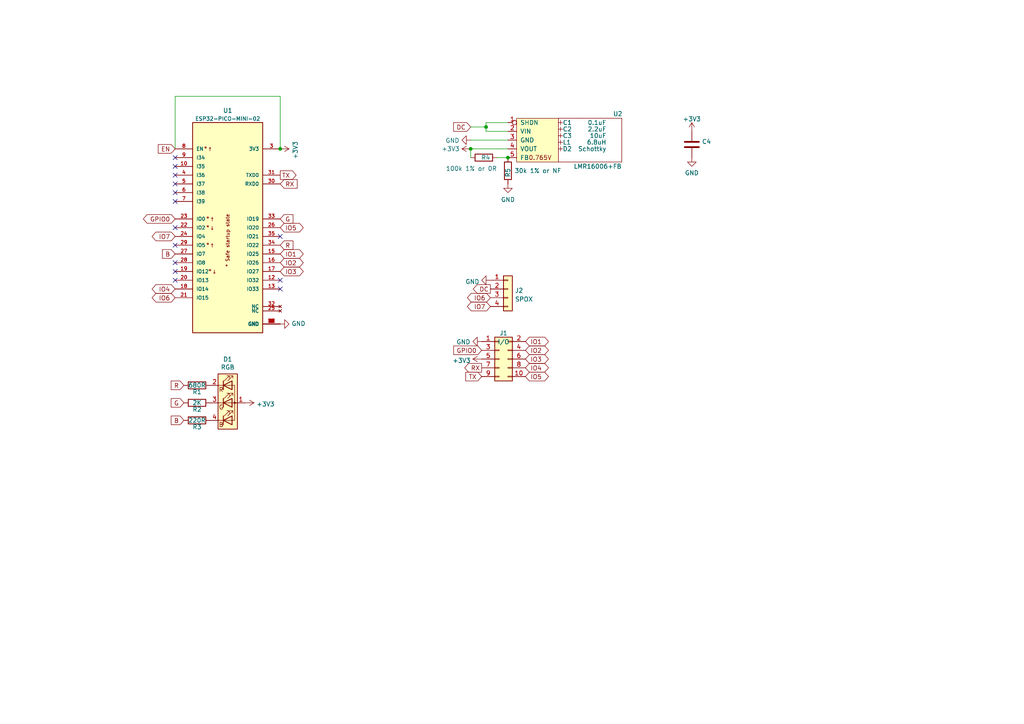
<source format=kicad_sch>
(kicad_sch (version 20211123) (generator eeschema)
  (paper "A4")
  (title_block (title "Generic ESP32-PICO-MINI module") (date "${DATE}") (rev "1") (comment 1 "@TheRealRevK") (comment 2 "www.me.uk"))
  (lib_symbols
    (symbol "Connector_Generic:Conn_01x04" (pin_names (offset 1.016) hide)
      (property "Reference" "J2" (at 2.032 -0.4353 0))
      (property "Value" "SPOX" (at 2.032 -2.9722 0))
      (symbol "Conn_01x04_1_1"
        (rectangle (start -1.27 -4.953) (end 0 -5.207) (stroke (width 0.1524)))
        (rectangle (start -1.27 -2.413) (end 0 -2.667) (stroke (width 0.1524)))
        (rectangle (start -1.27 0.127) (end 0 -0.127) (stroke (width 0.1524)))
        (rectangle (start -1.27 2.667) (end 0 2.413) (stroke (width 0.1524)))
        (rectangle (start -1.27 3.81) (end 1.27 -6.35) (stroke (width 0.254)) (fill (type background)))
        (pin power_out line (at -5.08 2.54 0) (length 3.81) (name "Pin_1") (number "1"))
        (pin power_out line (at -5.08 0 0) (length 3.81) (name "Pin_2") (number "2"))
        (pin passive line (at -5.08 -2.54 0) (length 3.81) (name "Pin_3") (number "3"))
        (pin passive line (at -5.08 -5.08 0) (length 3.81) (name "Pin_4") (number "4"))
      )
    )
    (symbol "Connector_Generic:Conn_02x05_Odd_Even" (pin_names (offset 1.016) hide)
      (property "Reference" "J" (at 1.27 7.62 0))
      (property "Value" "Conn_02x05_Odd_Even" (at 1.27 -7.62 0))
      (symbol "Conn_02x05_Odd_Even_1_1"
        (rectangle (start -1.27 -4.953) (end 0 -5.207) (stroke (width 0.1524)))
        (rectangle (start -1.27 -2.413) (end 0 -2.667) (stroke (width 0.1524)))
        (rectangle (start -1.27 0.127) (end 0 -0.127) (stroke (width 0.1524)))
        (rectangle (start -1.27 2.667) (end 0 2.413) (stroke (width 0.1524)))
        (rectangle (start -1.27 5.207) (end 0 4.953) (stroke (width 0.1524)))
        (rectangle (start -1.27 6.35) (end 3.81 -6.35) (stroke (width 0.254)) (fill (type background)))
        (rectangle (start 3.81 -4.953) (end 2.54 -5.207) (stroke (width 0.1524)))
        (rectangle (start 3.81 -2.413) (end 2.54 -2.667) (stroke (width 0.1524)))
        (rectangle (start 3.81 0.127) (end 2.54 -0.127) (stroke (width 0.1524)))
        (rectangle (start 3.81 2.667) (end 2.54 2.413) (stroke (width 0.1524)))
        (rectangle (start 3.81 5.207) (end 2.54 4.953) (stroke (width 0.1524)))
        (pin passive line (at -5.08 5.08 0) (length 3.81) (name "Pin_1") (number "1"))
        (pin passive line (at 7.62 -5.08 180) (length 3.81) (name "Pin_10") (number "10"))
        (pin passive line (at 7.62 5.08 180) (length 3.81) (name "Pin_2") (number "2"))
        (pin passive line (at -5.08 2.54 0) (length 3.81) (name "Pin_3") (number "3"))
        (pin passive line (at 7.62 2.54 180) (length 3.81) (name "Pin_4") (number "4"))
        (pin passive line (at -5.08 0 0) (length 3.81) (name "Pin_5") (number "5"))
        (pin passive line (at 7.62 0 180) (length 3.81) (name "Pin_6") (number "6"))
        (pin passive line (at -5.08 -2.54 0) (length 3.81) (name "Pin_7") (number "7"))
        (pin passive line (at 7.62 -2.54 180) (length 3.81) (name "Pin_8") (number "8"))
        (pin passive line (at -5.08 -5.08 0) (length 3.81) (name "Pin_9") (number "9"))
      )
    )
    (symbol "Device:C" (pin_numbers hide) (pin_names (offset 0.254))
      (property "Reference" "C" (at 0.635 2.54 0))
      (property "Value" "C" (at 0.635 -2.54 0))
      (symbol "C_0_1"
        (polyline (pts (xy -2.032 -0.762) (xy 2.032 -0.762)) (stroke (width 0.508)))
        (polyline (pts (xy -2.032 0.762) (xy 2.032 0.762)) (stroke (width 0.508)))
      )
      (symbol "C_1_1"
        (pin passive line (at 0 3.81 270) (length 2.794) (name "~") (number "1"))
        (pin passive line (at 0 -3.81 90) (length 2.794) (name "~") (number "2"))
      )
    )
    (symbol "Device:LED_ARGB" (pin_names (offset 0) hide)
      (property "Reference" "D" (at 0 9.398 0))
      (property "Value" "LED_ARGB" (at 0 -8.89 0))
      (symbol "LED_ARGB_0_0"
        (text "B" (at -1.905 -6.35 0) (effects (font (size 1.27 1.27))))
        (text "G" (at -1.905 -1.27 0) (effects (font (size 1.27 1.27))))
        (text "R" (at -1.905 3.81 0) (effects (font (size 1.27 1.27))))
      )
      (symbol "LED_ARGB_0_1"
        (polyline (pts (xy -1.27 -5.08) (xy -2.54 -5.08)))
        (polyline (pts (xy -1.27 -5.08) (xy 1.27 -5.08)))
        (polyline (pts (xy -1.27 -3.81) (xy -1.27 -6.35)) (stroke (width 0.254)))
        (polyline (pts (xy -1.27 0) (xy -2.54 0)))
        (polyline (pts (xy -1.27 1.27) (xy -1.27 -1.27)) (stroke (width 0.254)))
        (polyline (pts (xy -1.27 5.08) (xy -2.54 5.08)))
        (polyline (pts (xy -1.27 5.08) (xy 1.27 5.08)))
        (polyline (pts (xy -1.27 6.35) (xy -1.27 3.81)) (stroke (width 0.254)))
        (polyline (pts (xy 1.27 0) (xy -1.27 0)))
        (polyline (pts (xy 1.27 0) (xy 2.54 0)))
        (polyline (pts (xy -1.27 1.27) (xy -1.27 -1.27) (xy -1.27 -1.27)))
        (polyline (pts (xy -1.27 6.35) (xy -1.27 3.81) (xy -1.27 3.81)))
        (polyline (pts (xy 1.27 -5.08) (xy 2.032 -5.08) (xy 2.032 5.08) (xy 1.27 5.08)))
        (polyline (pts (xy 1.27 -3.81) (xy 1.27 -6.35) (xy -1.27 -5.08) (xy 1.27 -3.81)) (stroke (width 0.254)))
        (polyline (pts (xy 1.27 1.27) (xy 1.27 -1.27) (xy -1.27 0) (xy 1.27 1.27)) (stroke (width 0.254)))
        (polyline (pts (xy 1.27 6.35) (xy 1.27 3.81) (xy -1.27 5.08) (xy 1.27 6.35)) (stroke (width 0.254)))
        (polyline (pts (xy -1.016 -3.81) (xy 0.508 -2.286) (xy -0.254 -2.286) (xy 0.508 -2.286) (xy 0.508 -3.048)))
        (polyline (pts (xy -1.016 1.27) (xy 0.508 2.794) (xy -0.254 2.794) (xy 0.508 2.794) (xy 0.508 2.032)))
        (polyline (pts (xy -1.016 6.35) (xy 0.508 7.874) (xy -0.254 7.874) (xy 0.508 7.874) (xy 0.508 7.112)))
        (polyline (pts (xy 0 -3.81) (xy 1.524 -2.286) (xy 0.762 -2.286) (xy 1.524 -2.286) (xy 1.524 -3.048)))
        (polyline (pts (xy 0 1.27) (xy 1.524 2.794) (xy 0.762 2.794) (xy 1.524 2.794) (xy 1.524 2.032)))
        (polyline (pts (xy 0 6.35) (xy 1.524 7.874) (xy 0.762 7.874) (xy 1.524 7.874) (xy 1.524 7.112)))
        (rectangle (start 1.27 -1.27) (end 1.27 1.27))
        (rectangle (start 1.27 1.27) (end 1.27 1.27))
        (rectangle (start 1.27 3.81) (end 1.27 6.35))
        (rectangle (start 1.27 6.35) (end 1.27 6.35))
        (circle (center 2.032 0) (radius 0.254) (fill (type outline)))
        (rectangle (start 2.794 8.382) (end -2.794 -7.62) (stroke (width 0.254)) (fill (type background)))
      )
      (symbol "LED_ARGB_1_1"
        (pin passive line (at 5.08 0 180) (length 2.54) (name "A") (number "1"))
        (pin passive line (at -5.08 5.08 0) (length 2.54) (name "RK") (number "2"))
        (pin passive line (at -5.08 0 0) (length 2.54) (name "GK") (number "3"))
        (pin passive line (at -5.08 -5.08 0) (length 2.54) (name "BK") (number "4"))
      )
    )
    (symbol "Device:R" (pin_numbers hide) (pin_names (offset 0))
      (property "Reference" "R" (at 2.032 0 90))
      (property "Value" "R" (at 0 0 90))
      (symbol "R_0_1"
        (rectangle (start -1.016 -2.54) (end 1.016 2.54) (stroke (width 0.254)))
      )
      (symbol "R_1_1"
        (pin passive line (at 0 3.81 270) (length 1.27) (name "~") (number "1"))
        (pin passive line (at 0 -3.81 90) (length 1.27) (name "~") (number "2"))
      )
    )
    (symbol "RevK:ESP32-PICO-MINI-02" (pin_names (offset 1.016))
      (property "Reference" "U" (at -10.16 -33.02 0))
      (property "Value" "ESP32-PICO-MINI-02" (at 0 27.94 0))
      (symbol "ESP32-PICO-MINI-02_0_0"
        (rectangle (start -10.16 -30.48) (end 10.16 30.48) (stroke (width 0.254)) (fill (type background)))
        (text "* Safe startup state" (at 0 -11.43 900) (effects (font (size 1 1)) (justify left)))
        (text "*↑" (at -6.985 22.86 0) (effects (font (size 1.27 1.27)) (justify left)))
        (text "*↑" (at -6.35 -5.08 0) (effects (font (size 1.27 1.27)) (justify left)))
        (text "*↑" (at -6.35 2.54 0) (effects (font (size 1.27 1.27)) (justify left)))
        (text "*↓" (at -6.35 0 0) (effects (font (size 1.27 1.27)) (justify left)))
        (text "*↓" (at -5.715 -12.7 0) (effects (font (size 1.27 1.27)) (justify left)))
        (pin power_in line (at 15.24 -27.94 180) (length 5.08) (name "GND") (number "1"))
        (pin input line (at -15.24 17.78 0) (length 5.08) (name "I35") (number "10"))
        (pin power_in line (at 15.24 -27.94 180) (length 5.08) (name "GND") (number "11"))
        (pin bidirectional line (at 15.24 -15.24 180) (length 5.08) (name "IO32") (number "12"))
        (pin bidirectional line (at 15.24 -17.78 180) (length 5.08) (name "IO33") (number "13"))
        (pin power_in line (at 15.24 -27.94 180) (length 5.08) (name "GND") (number "14"))
        (pin bidirectional line (at 15.24 -7.62 180) (length 5.08) (name "IO25") (number "15"))
        (pin bidirectional line (at 15.24 -10.16 180) (length 5.08) (name "IO26") (number "16"))
        (pin bidirectional line (at 15.24 -12.7 180) (length 5.08) (name "IO27") (number "17"))
        (pin bidirectional line (at -15.24 -17.78 0) (length 5.08) (name "IO14") (number "18"))
        (pin bidirectional line (at -15.24 -12.7 0) (length 5.08) (name "IO12") (number "19"))
        (pin power_in line (at 15.24 -27.94 180) (length 5.08) (name "GND") (number "2"))
        (pin bidirectional line (at -15.24 -15.24 0) (length 5.08) (name "IO13") (number "20"))
        (pin bidirectional line (at -15.24 -20.32 0) (length 5.08) (name "IO15") (number "21"))
        (pin bidirectional line (at -15.24 0 0) (length 5.08) (name "IO2") (number "22"))
        (pin bidirectional line (at -15.24 2.54 0) (length 5.08) (name "IO0") (number "23"))
        (pin bidirectional line (at -15.24 -2.54 0) (length 5.08) (name "IO4") (number "24"))
        (pin no_connect line (at 15.24 -24.13 180) (length 5.08) (name "NC") (number "25"))
        (pin bidirectional line (at 15.24 0 180) (length 5.08) (name "IO20") (number "26"))
        (pin bidirectional line (at -15.24 -7.62 0) (length 5.08) (name "IO7") (number "27"))
        (pin bidirectional line (at -15.24 -10.16 0) (length 5.08) (name "IO8") (number "28"))
        (pin bidirectional line (at -15.24 -5.08 0) (length 5.08) (name "IO5") (number "29"))
        (pin power_in line (at 15.24 22.86 180) (length 5.08) (name "3V3") (number "3"))
        (pin bidirectional line (at 15.24 12.7 180) (length 5.08) (name "RXD0") (number "30"))
        (pin bidirectional line (at 15.24 15.24 180) (length 5.08) (name "TXD0") (number "31"))
        (pin no_connect line (at 15.24 -22.86 180) (length 5.08) (name "NC") (number "32"))
        (pin bidirectional line (at 15.24 2.54 180) (length 5.08) (name "IO19") (number "33"))
        (pin bidirectional line (at 15.24 -5.08 180) (length 5.08) (name "IO22") (number "34"))
        (pin bidirectional line (at 15.24 -2.54 180) (length 5.08) (name "IO21") (number "35"))
        (pin power_in line (at 15.24 -27.94 180) (length 5.08) (name "GND") (number "36"))
        (pin power_in line (at 15.24 -27.94 180) (length 5.08) (name "GND") (number "37"))
        (pin power_in line (at 15.24 -27.94 180) (length 5.08) (name "GND") (number "38"))
        (pin power_in line (at 15.24 -27.94 180) (length 5.08) (name "GND") (number "39"))
        (pin input line (at -15.24 15.24 0) (length 5.08) (name "I36") (number "4"))
        (pin power_in line (at 15.24 -27.94 180) (length 5.08) (name "GND") (number "40"))
        (pin power_in line (at 15.24 -27.94 180) (length 5.08) (name "GND") (number "41"))
        (pin power_in line (at 15.24 -27.94 180) (length 5.08) (name "GND") (number "42"))
        (pin power_in line (at 15.24 -27.94 180) (length 5.08) (name "GND") (number "43"))
        (pin power_in line (at 15.24 -27.94 180) (length 5.08) (name "GND") (number "44"))
        (pin power_in line (at 15.24 -27.94 180) (length 5.08) (name "GND") (number "45"))
        (pin power_in line (at 15.24 -27.94 180) (length 5.08) (name "GND") (number "46"))
        (pin power_in line (at 15.24 -27.94 180) (length 5.08) (name "GND") (number "47"))
        (pin power_in line (at 15.24 -27.94 180) (length 5.08) (name "GND") (number "48"))
        (pin power_in line (at 15.24 -27.94 180) (length 5.08) (name "GND") (number "49"))
        (pin input line (at -15.24 12.7 0) (length 5.08) (name "I37") (number "5"))
        (pin power_in line (at 15.24 -27.94 180) (length 5.08) (name "GND") (number "50"))
        (pin power_in line (at 15.24 -27.94 180) (length 5.08) (name "GND") (number "51"))
        (pin power_in line (at 15.24 -27.94 180) (length 5.08) (name "GND") (number "52"))
        (pin power_in line (at 15.24 -27.94 180) (length 5.08) (name "GND") (number "53"))
        (pin input line (at -15.24 10.16 0) (length 5.08) (name "I38") (number "6"))
        (pin input line (at -15.24 7.62 0) (length 5.08) (name "I39") (number "7"))
        (pin input line (at -15.24 22.86 0) (length 5.08) (name "EN") (number "8"))
        (pin input line (at -15.24 20.32 0) (length 5.08) (name "I34") (number "9"))
      )
    )
    (symbol "RevK:Hidden" (pin_names (offset 1.016))
      (property "Reference" "Z" (at 0.635 0 0))
      (property "Value" "Hidden" (at 4.445 0 0))
      (symbol "Hidden_0_1"
        (polyline (pts (xy -0.635 0) (xy 0.635 0)) (stroke (width 0.1524)))
        (polyline (pts (xy 0 0.635) (xy 0 -0.635)) (stroke (width 0.1524)))
      )
      (symbol "Hidden_1_1"
        (pin no_connect non_logic (at 0 -2.54 90) (length 2.54) hide (name "~") (number "~"))
      )
    )
    (symbol "RevK:LMR16006+FB" (pin_names (offset 1.016))
      (property "Reference" "U" (at 11.43 2.54 0))
      (property "Value" "LMR16006+FB" (at 7.62 -12.7 0))
      (symbol "LMR16006+FB_0_0"
        (rectangle (start 2.54 1.27) (end 14.605 -11.43) (fill (type background)))
        (text "0.765V" (at 12.7 -10.16 0) (effects (font (size 1.27 1.27)) (justify right)))
      )
      (symbol "LMR16006+FB_0_1"
        (rectangle (start 14.605 1.27) (end 33.02 -11.43))
      )
      (symbol "LMR16006+FB_1_1"
        (pin input inverted (at 0 0 0) (length 2.54) (name "SHDN") (number "1"))
        (pin power_in line (at 0 -2.54 0) (length 2.54) (name "VIN") (number "2"))
        (pin power_in line (at 0 -5.08 0) (length 2.54) (name "GND") (number "3"))
        (pin power_out line (at 0 -7.62 0) (length 2.54) (name "VOUT") (number "4"))
        (pin passive line (at 0 -10.16 0) (length 2.54) (name "FB") (number "5"))
      )
    )
    (symbol "power:+3.3V" (power) (pin_names (offset 0))
      (property "Value" "+3.3V" (at 0 3.556 0))
      (symbol "+3.3V_0_1"
        (polyline (pts (xy -0.762 1.27) (xy 0 2.54)))
        (polyline (pts (xy 0 0) (xy 0 2.54)))
        (polyline (pts (xy 0 2.54) (xy 0.762 1.27)))
      )
      (symbol "+3.3V_1_1"
        (pin power_in line (at 0 0 90) (length 0) hide (name "+3V3") (number "1"))
      )
    )
    (symbol "power:GND" (power) (pin_names (offset 0))
      (property "Value" "GND" (at 0 -3.81 0))
      (symbol "GND_0_1"
        (polyline (pts (xy 0 0) (xy 0 -1.27) (xy 1.27 -1.27) (xy 0 -2.54) (xy -1.27 -1.27) (xy 0 -1.27)))
      )
      (symbol "GND_1_1"
        (pin power_in line (at 0 0 270) (length 0) hide (name "GND") (number "1"))
      )
    )
  )
  (junction (at 81.28 43.18))
  (junction (at 147.32 45.72))
  (junction (at 140.97 36.83))
  (junction (at 136.525 43.18))
  (no_connect (at 50.8 76.2))
  (no_connect (at 50.8 81.28))
  (no_connect (at 50.8 45.72))
  (no_connect (at 50.8 48.26))
  (no_connect (at 50.8 50.8))
  (no_connect (at 50.8 53.34))
  (no_connect (at 50.8 55.88))
  (no_connect (at 50.8 58.42))
  (no_connect (at 50.8 66.04))
  (no_connect (at 50.8 71.12))
  (no_connect (at 50.8 78.74))
  (no_connect (at 81.28 68.58))
  (no_connect (at 81.28 81.28))
  (no_connect (at 81.28 83.82))
  (wire (pts (xy 140.97 35.56) (xy 140.97 36.83)))
  (wire (pts (xy 140.97 35.56) (xy 147.32 35.56)))
  (wire (pts (xy 136.525 43.18) (xy 147.32 43.18)))
  (wire (pts (xy 144.145 45.72) (xy 147.32 45.72)))
  (wire (pts (xy 140.97 36.83) (xy 140.97 38.1)))
  (wire (pts (xy 136.525 43.18) (xy 136.525 45.72)))
  (wire (pts (xy 136.525 36.83) (xy 140.97 36.83)))
  (wire (pts (xy 50.8 43.18) (xy 50.8 27.94)))
  (wire (pts (xy 81.28 27.94) (xy 81.28 43.18)))
  (wire (pts (xy 50.8 27.94) (xy 81.28 27.94)))
  (wire (pts (xy 136.525 40.64) (xy 147.32 40.64)))
  (wire (pts (xy 140.97 38.1) (xy 147.32 38.1)))
  (global_label "IO4" (shape bidirectional) (at 152.4 106.68 0) (property "Intersheet References" "${INTERSHEET_REFS}" (effects hide)))
  (global_label "DC" (shape input) (at 136.525 36.83 180) (property "Intersheet References" "${INTERSHEET_REFS}" (effects hide)))
  (global_label "IO7" (shape bidirectional) (at 50.8 68.58 180) (property "Intersheet References" "${INTERSHEET_REFS}" (effects hide)))
  (global_label "IO1" (shape bidirectional) (at 81.28 73.66 0) (property "Intersheet References" "${INTERSHEET_REFS}" (effects hide)))
  (global_label "GPIO0" (shape input) (at 139.7 101.6 180) (property "Intersheet References" "${INTERSHEET_REFS}" (effects hide)))
  (global_label "IO2" (shape bidirectional) (at 152.4 101.6 0) (property "Intersheet References" "${INTERSHEET_REFS}" (effects hide)))
  (global_label "IO4" (shape bidirectional) (at 50.8 83.82 180) (property "Intersheet References" "${INTERSHEET_REFS}" (effects hide)))
  (global_label "IO5" (shape bidirectional) (at 81.28 66.04 0) (property "Intersheet References" "${INTERSHEET_REFS}" (effects hide)))
  (global_label "G" (shape input) (at 81.28 63.5 0) (property "Intersheet References" "${INTERSHEET_REFS}" (effects hide)))
  (global_label "IO3" (shape bidirectional) (at 152.4 104.14 0) (property "Intersheet References" "${INTERSHEET_REFS}" (effects hide)))
  (global_label "R" (shape input) (at 81.28 71.12 0) (property "Intersheet References" "${INTERSHEET_REFS}" (effects hide)))
  (global_label "IO5" (shape bidirectional) (at 152.4 109.22 0) (property "Intersheet References" "${INTERSHEET_REFS}" (effects hide)))
  (global_label "EN" (shape input) (at 50.8 43.18 180) (property "Intersheet References" "${INTERSHEET_REFS}" (effects hide)))
  (global_label "B" (shape input) (at 53.34 121.92 180) (property "Intersheet References" "${INTERSHEET_REFS}" (effects hide)))
  (global_label "IO3" (shape bidirectional) (at 81.28 78.74 0) (property "Intersheet References" "${INTERSHEET_REFS}" (effects hide)))
  (global_label "IO7" (shape bidirectional) (at 142.24 88.9 180) (property "Intersheet References" "${INTERSHEET_REFS}" (effects hide)))
  (global_label "IO2" (shape bidirectional) (at 81.28 76.2 0) (property "Intersheet References" "${INTERSHEET_REFS}" (effects hide)))
  (global_label "R" (shape input) (at 53.34 111.76 180) (property "Intersheet References" "${INTERSHEET_REFS}" (effects hide)))
  (global_label "IO6" (shape bidirectional) (at 50.8 86.36 180) (property "Intersheet References" "${INTERSHEET_REFS}" (effects hide)))
  (global_label "RX" (shape input) (at 81.28 53.34 0) (property "Intersheet References" "${INTERSHEET_REFS}" (effects hide)))
  (global_label "GPIO0" (shape bidirectional) (at 50.8 63.5 180) (property "Intersheet References" "${INTERSHEET_REFS}" (effects hide)))
  (global_label "TX" (shape input) (at 139.7 109.22 180) (property "Intersheet References" "${INTERSHEET_REFS}" (effects hide)))
  (global_label "TX" (shape output) (at 81.28 50.8 0) (property "Intersheet References" "${INTERSHEET_REFS}" (effects hide)))
  (global_label "IO6" (shape bidirectional) (at 142.24 86.36 180) (property "Intersheet References" "${INTERSHEET_REFS}" (effects hide)))
  (global_label "DC" (shape output) (at 142.24 83.82 180) (property "Intersheet References" "${INTERSHEET_REFS}" (effects hide)))
  (global_label "IO1" (shape bidirectional) (at 152.4 99.06 0) (property "Intersheet References" "${INTERSHEET_REFS}" (effects hide)))
  (global_label "G" (shape input) (at 53.34 116.84 180) (property "Intersheet References" "${INTERSHEET_REFS}" (effects hide)))
  (global_label "RX" (shape output) (at 139.7 106.68 180) (property "Intersheet References" "${INTERSHEET_REFS}" (effects hide)))
  (global_label "B" (shape input) (at 50.8 73.66 180) (property "Intersheet References" "${INTERSHEET_REFS}" (effects hide)))
  (symbol (lib_id "power:+3.3V") (at 81.28 43.18 270) (unit 1)
    (property "Reference" "#PWR02" (effects hide))
    (property "Value" "+3.3V" (at 85.6742 43.561 0))
  )
  (symbol (lib_id "power:GND") (at 136.525 40.64 270) (unit 1)
    (property "Reference" "#PWR04" (effects hide))
    (property "Value" "GND" (at 133.2738 40.767 90) (effects (justify right)))
  )
  (symbol (lib_id "power:+3.3V") (at 136.525 43.18 90) (unit 1)
    (property "Reference" "#PWR05" (effects hide))
    (property "Value" "+3.3V" (at 133.35 43.18 90) (effects (justify left)))
  )
  (symbol (lib_id "power:GND") (at 81.28 93.98 90) (unit 1)
    (property "Reference" "#PWR03" (effects hide))
    (property "Value" "GND" (at 84.5312 93.853 90) (effects (justify right)))
  )
  (symbol (lib_id "RevK:Hidden") (at 162.56 35.56 0) (unit 1)
    (property "Reference" "C1" (at 163.195 35.56 0) (effects (justify left)))
    (property "Value" "0.1uF" (at 175.895 35.56 0) (effects (justify right)))
    (property "Footprint" "RevK:Hidden" (effects hide))
    (property "Note" "X7R or X5R 0603" (effects hide))
  )
  (symbol (lib_id "RevK:Hidden") (at 162.56 37.465 0) (unit 1)
    (property "Reference" "C2" (at 163.195 37.465 0) (effects (justify left)))
    (property "Value" "2.2uF" (at 175.895 37.465 0) (effects (justify right)))
    (property "Footprint" "RevK:Hidden" (effects hide))
    (property "Note" "0603 or 0805" (effects hide))
  )
  (symbol (lib_id "RevK:Hidden") (at 162.56 39.37 0) (unit 1)
    (property "Reference" "C3" (at 163.195 39.37 0) (effects (justify left)))
    (property "Value" "10uF" (at 175.895 39.37 0) (effects (justify right)))
    (property "Footprint" "RevK:Hidden" (effects hide))
    (property "Note" "0603 or 0805" (effects hide))
  )
  (symbol (lib_id "RevK:Hidden") (at 162.56 41.275 0) (unit 1)
    (property "Reference" "L1" (at 163.195 41.275 0) (effects (justify left)))
    (property "Value" "6.8uH" (at 175.895 41.275 0) (effects (justify right)))
    (property "Footprint" "RevK:Hidden" (effects hide))
    (property "Datasheet" "https://www.mouser.co.uk/datasheet/2/987/Laird_Performance_TYA4020_series__Rev_A_-1877538.pdf" (effects hide))
    (property "Manufacturer" "Laird" (effects hide))
    (property "Part No" "TYA4020" (effects hide))
  )
  (symbol (lib_id "RevK:Hidden") (at 162.56 43.18 0) (unit 1)
    (property "Reference" "D2" (at 163.195 43.18 0) (effects (justify left)))
    (property "Value" "Schottky" (at 175.895 43.18 0) (effects (justify right)))
    (property "Footprint" "RevK:Hidden" (effects hide))
    (property "Datasheet" "https://www.mouser.co.uk/datasheet/2/54/CD1206-B220_B2100-777245.pdf" (effects hide))
    (property "Manufacturer" "Bourns" (effects hide))
    (property "Part No" "CD1206-B2100" (effects hide))
  )
  (symbol (lib_id "Connector_Generic:Conn_02x05_Odd_Even") (at 144.78 104.14 0) (unit 1)
    (property "Reference" "J1" (at 146.05 96.6302 0))
    (property "Value" "I/O" (at 146.05 99.1671 0))
    (property "Footprint" "Connector_PinHeader_2.54mm:PinHeader_2x05_P2.54mm_Vertical" (effects hide))
  )
  (symbol (lib_id "Device:R") (at 57.15 111.76 270) (unit 1)
    (property "Reference" "R1" (at 57.15 113.665 90))
    (property "Value" "680R" (at 57.15 111.76 90))
    (property "Footprint" "RevK:R_0603" (effects hide))
  )
  (symbol (lib_id "power:GND") (at 142.24 81.28 270) (unit 1)
    (property "Reference" "#PWR08" (effects hide))
    (property "Value" "GND" (at 139.0651 81.7138 90) (effects (justify right)))
  )
  (symbol (lib_id "Device:C") (at 200.66 41.91 0) (unit 1)
    (property "Reference" "C4" (at 203.581 41.0753 0) (effects (justify left)))
    (property "Value" "10nF" (at 203.581 43.6122 0) (effects (font (size 0 0)) (justify left)))
    (property "Footprint" "RevK:C_0603" (effects hide))
  )
  (symbol (lib_id "power:+3.3V") (at 71.12 116.84 270) (unit 1)
    (property "Reference" "#PWR01" (effects hide))
    (property "Value" "+3.3V" (at 74.3712 117.221 90) (effects (justify left)))
  )
  (symbol (lib_id "power:GND") (at 147.32 53.34 0) (unit 1)
    (property "Reference" "#PWR09" (effects hide))
    (property "Value" "GND" (at 147.32 57.9025 0))
  )
  (symbol (lib_id "Device:R") (at 57.15 116.84 270) (unit 1)
    (property "Reference" "R2" (at 57.15 118.745 90))
    (property "Value" "2K" (at 57.15 116.84 90))
    (property "Footprint" "RevK:R_0603" (effects hide))
  )
  (symbol (lib_id "RevK:ESP32-PICO-MINI-02") (at 66.04 66.04 0) (unit 1)
    (property "Reference" "U1" (at 66.04 32.0498 0))
    (property "Value" "ESP32-PICO-MINI-02" (at 66.04 34.4339 0) (effects (font (size 1.1 1.1))))
    (property "Footprint" "RevK:ESP32-PICO-MINI-02" (effects hide))
    (property "MANUFACTURER" "Espressif" (effects hide))
    (property "MAXIMUM_PACKAGE_HEIGHT" "2.55mm" (effects hide))
    (property "PARTREV" "v1.0" (effects hide))
    (property "STANDARD" "Manufacturer Recommendations" (effects hide))
  )
  (symbol (lib_id "Device:R") (at 147.32 49.53 180) (unit 1)
    (property "Reference" "R5" (at 147.32 51.435 90) (effects (justify right)))
    (property "Value" "30k 1% or NF" (at 149.225 49.53 0) (effects (justify right)))
    (property "Footprint" "RevK:R_0603" (effects hide))
  )
  (symbol (lib_id "power:GND") (at 139.7 99.06 270) (unit 1)
    (property "Reference" "#PWR06" (effects hide))
    (property "Value" "GND" (at 136.4488 99.187 90) (effects (justify right)))
  )
  (symbol (lib_id "power:+3.3V") (at 139.7 104.14 90) (unit 1)
    (property "Reference" "#PWR07" (effects hide))
    (property "Value" "+3.3V" (at 136.525 104.5738 90) (effects (justify left)))
  )
  (symbol (lib_id "Connector_Generic:Conn_01x04") (at 147.32 83.82 0) (unit 1)
    (property "Reference" "J2" (at 149.352 84.2553 0) (effects (justify left)))
    (property "Value" "SPOX" (at 149.352 86.7922 0) (effects (justify left)))
    (property "Footprint" "RevK:Molex_MiniSPOX_H4RA" (effects hide))
  )
  (symbol (lib_id "power:+3.3V") (at 200.66 38.1 0) (unit 1)
    (property "Reference" "#PWR010" (effects hide))
    (property "Value" "+3.3V" (at 200.66 34.5242 0))
  )
  (symbol (lib_id "Device:LED_ARGB") (at 66.04 116.84 0) (unit 1)
    (property "Reference" "D1" (at 66.04 104.2162 0))
    (property "Value" "RGB" (at 66.04 106.5276 0))
    (property "Footprint" "RevK:LED-RGB-1.6x1.6" (effects hide))
    (property "Manufacturer" "Kingbright" (effects hide))
    (property "Part No" "APTF1616LSEEZGKQBKC" (effects hide))
  )
  (symbol (lib_id "RevK:LMR16006+FB") (at 147.32 35.56 0) (unit 1)
    (property "Reference" "U2" (at 177.8 33.02 0) (effects (justify left)))
    (property "Value" "LMR16006+FB" (at 166.37 48.26 0) (effects (justify left)))
    (property "Footprint" "RevK:RegulatorBlockFB" (effects hide))
    (property "Manufacturer" "TI" (effects hide))
    (property "Part No" "LMR16006YQ3" (effects hide))
  )
  (symbol (lib_id "Device:R") (at 57.15 121.92 270) (unit 1)
    (property "Reference" "R3" (at 57.15 123.825 90))
    (property "Value" "220R" (at 57.15 121.92 90))
    (property "Footprint" "RevK:R_0603" (effects hide))
  )
  (symbol (lib_id "power:GND") (at 200.66 45.72 0) (unit 1)
    (property "Reference" "#PWR011" (effects hide))
    (property "Value" "GND" (at 200.66 50.1634 0))
  )
  (symbol (lib_id "Device:R") (at 140.335 45.72 90) (unit 1)
    (property "Reference" "R4" (at 142.24 45.72 90) (effects (justify left)))
    (property "Value" "100k 1% or 0R" (at 144.145 48.895 90) (effects (justify left)))
    (property "Footprint" "RevK:R_0603" (effects hide))
  )
)
</source>
